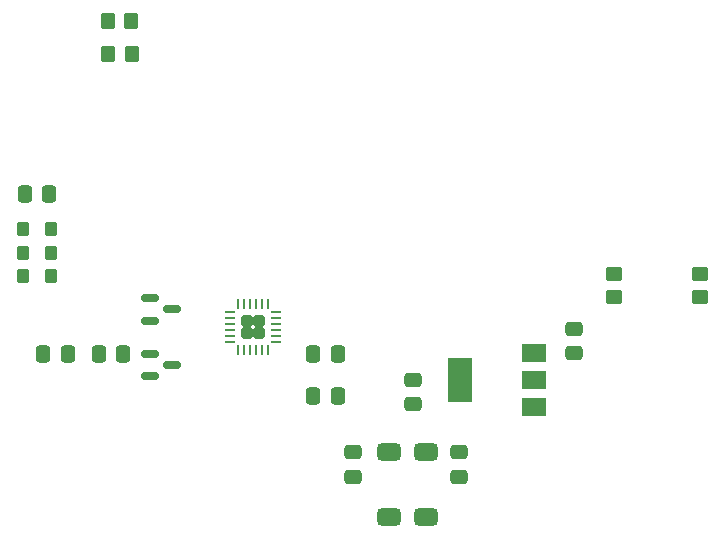
<source format=gbr>
%TF.GenerationSoftware,KiCad,Pcbnew,(6.0.4)*%
%TF.CreationDate,2022-11-04T05:35:43-04:00*%
%TF.ProjectId,SI4743 Breakout,53493437-3433-4204-9272-65616b6f7574,rev?*%
%TF.SameCoordinates,Original*%
%TF.FileFunction,Paste,Top*%
%TF.FilePolarity,Positive*%
%FSLAX46Y46*%
G04 Gerber Fmt 4.6, Leading zero omitted, Abs format (unit mm)*
G04 Created by KiCad (PCBNEW (6.0.4)) date 2022-11-04 05:35:43*
%MOMM*%
%LPD*%
G01*
G04 APERTURE LIST*
G04 Aperture macros list*
%AMRoundRect*
0 Rectangle with rounded corners*
0 $1 Rounding radius*
0 $2 $3 $4 $5 $6 $7 $8 $9 X,Y pos of 4 corners*
0 Add a 4 corners polygon primitive as box body*
4,1,4,$2,$3,$4,$5,$6,$7,$8,$9,$2,$3,0*
0 Add four circle primitives for the rounded corners*
1,1,$1+$1,$2,$3*
1,1,$1+$1,$4,$5*
1,1,$1+$1,$6,$7*
1,1,$1+$1,$8,$9*
0 Add four rect primitives between the rounded corners*
20,1,$1+$1,$2,$3,$4,$5,0*
20,1,$1+$1,$4,$5,$6,$7,0*
20,1,$1+$1,$6,$7,$8,$9,0*
20,1,$1+$1,$8,$9,$2,$3,0*%
G04 Aperture macros list end*
%ADD10RoundRect,0.150000X-0.587500X-0.150000X0.587500X-0.150000X0.587500X0.150000X-0.587500X0.150000X0*%
%ADD11RoundRect,0.250000X-0.450000X0.350000X-0.450000X-0.350000X0.450000X-0.350000X0.450000X0.350000X0*%
%ADD12RoundRect,0.250000X0.475000X-0.337500X0.475000X0.337500X-0.475000X0.337500X-0.475000X-0.337500X0*%
%ADD13R,2.000000X1.500000*%
%ADD14R,2.000000X3.800000*%
%ADD15RoundRect,0.250000X-0.337500X-0.475000X0.337500X-0.475000X0.337500X0.475000X-0.337500X0.475000X0*%
%ADD16RoundRect,0.250000X0.337500X0.475000X-0.337500X0.475000X-0.337500X-0.475000X0.337500X-0.475000X0*%
%ADD17RoundRect,0.250000X-0.475000X0.337500X-0.475000X-0.337500X0.475000X-0.337500X0.475000X0.337500X0*%
%ADD18RoundRect,0.250000X-0.350000X-0.450000X0.350000X-0.450000X0.350000X0.450000X-0.350000X0.450000X0*%
%ADD19RoundRect,0.250000X0.275000X0.350000X-0.275000X0.350000X-0.275000X-0.350000X0.275000X-0.350000X0*%
%ADD20RoundRect,0.250000X-0.275000X-0.350000X0.275000X-0.350000X0.275000X0.350000X-0.275000X0.350000X0*%
%ADD21RoundRect,0.221239X-0.278761X-0.278761X0.278761X-0.278761X0.278761X0.278761X-0.278761X0.278761X0*%
%ADD22RoundRect,0.062500X-0.350000X-0.062500X0.350000X-0.062500X0.350000X0.062500X-0.350000X0.062500X0*%
%ADD23RoundRect,0.062500X-0.062500X-0.350000X0.062500X-0.350000X0.062500X0.350000X-0.062500X0.350000X0*%
%ADD24RoundRect,0.375000X-0.625000X0.375000X-0.625000X-0.375000X0.625000X-0.375000X0.625000X0.375000X0*%
G04 APERTURE END LIST*
D10*
%TO.C,D1*%
X124612500Y-74850000D03*
X124612500Y-76750000D03*
X126487500Y-75800000D03*
%TD*%
%TO.C,D2*%
X124612500Y-79550000D03*
X124612500Y-81450000D03*
X126487500Y-80500000D03*
%TD*%
D11*
%TO.C,R3*%
X163850000Y-72770000D03*
X163850000Y-74770000D03*
%TD*%
D12*
%TO.C,C1*%
X160500000Y-79537500D03*
X160500000Y-77462500D03*
%TD*%
D13*
%TO.C,U1*%
X157150000Y-84100000D03*
D14*
X150850000Y-81800000D03*
D13*
X157150000Y-81800000D03*
X157150000Y-79500000D03*
%TD*%
D15*
%TO.C,C7*%
X138412500Y-83150000D03*
X140487500Y-83150000D03*
%TD*%
D16*
%TO.C,C2*%
X116075000Y-66000000D03*
X114000000Y-66000000D03*
%TD*%
D17*
%TO.C,C9*%
X141800000Y-87912500D03*
X141800000Y-89987500D03*
%TD*%
D18*
%TO.C,R2*%
X121010000Y-51420000D03*
X123010000Y-51420000D03*
%TD*%
D19*
%TO.C,L3*%
X116187500Y-71000000D03*
X113887500Y-71000000D03*
%TD*%
D20*
%TO.C,L2*%
X113887500Y-69000000D03*
X116187500Y-69000000D03*
%TD*%
D15*
%TO.C,C5*%
X120262500Y-79600000D03*
X122337500Y-79600000D03*
%TD*%
D21*
%TO.C,U2*%
X133800000Y-76800000D03*
X132800000Y-77800000D03*
X132800000Y-76800000D03*
X133800000Y-77800000D03*
D22*
X131362500Y-76050000D03*
X131362500Y-76550000D03*
X131362500Y-77050000D03*
X131362500Y-77550000D03*
X131362500Y-78050000D03*
X131362500Y-78550000D03*
D23*
X132050000Y-79237500D03*
X132550000Y-79237500D03*
X133050000Y-79237500D03*
X133550000Y-79237500D03*
X134050000Y-79237500D03*
X134550000Y-79237500D03*
D22*
X135237500Y-78550000D03*
X135237500Y-78050000D03*
X135237500Y-77550000D03*
X135237500Y-77050000D03*
X135237500Y-76550000D03*
X135237500Y-76050000D03*
D23*
X134550000Y-75362500D03*
X134050000Y-75362500D03*
X133550000Y-75362500D03*
X133050000Y-75362500D03*
X132550000Y-75362500D03*
X132050000Y-75362500D03*
%TD*%
D15*
%TO.C,C6*%
X138412500Y-79550000D03*
X140487500Y-79550000D03*
%TD*%
D18*
%TO.C,R1*%
X121060000Y-54210000D03*
X123060000Y-54210000D03*
%TD*%
D15*
%TO.C,C3*%
X115562500Y-79600000D03*
X117637500Y-79600000D03*
%TD*%
D11*
%TO.C,R4*%
X171170000Y-72770000D03*
X171170000Y-74770000D03*
%TD*%
D17*
%TO.C,C8*%
X150730000Y-87902500D03*
X150730000Y-89977500D03*
%TD*%
D19*
%TO.C,L4*%
X116187500Y-73000000D03*
X113887500Y-73000000D03*
%TD*%
D17*
%TO.C,C4*%
X146900000Y-81762500D03*
X146900000Y-83837500D03*
%TD*%
D24*
%TO.C,Y1*%
X144800000Y-87910000D03*
X144800000Y-93410000D03*
X148000000Y-93410000D03*
X148000000Y-87910000D03*
%TD*%
M02*

</source>
